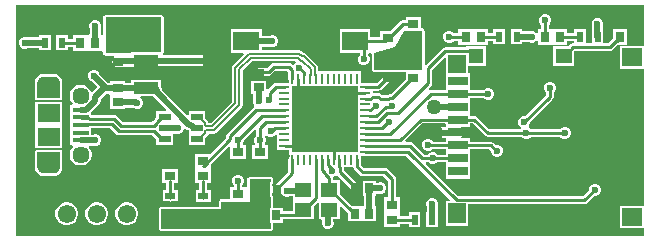
<source format=gtl>
G04*
G04 #@! TF.GenerationSoftware,Altium Limited,Altium Designer,23.10.1 (27)*
G04*
G04 Layer_Physical_Order=1*
G04 Layer_Color=255*
%FSLAX44Y44*%
%MOMM*%
G71*
G04*
G04 #@! TF.SameCoordinates,AB5FA82C-F65C-42C8-8390-C989D648E836*
G04*
G04*
G04 #@! TF.FilePolarity,Positive*
G04*
G01*
G75*
%ADD15C,0.2540*%
%ADD16C,0.5000*%
%ADD17R,1.6800X0.8000*%
%ADD18R,1.3000X1.2900*%
%ADD19R,1.5000X1.7000*%
%ADD20R,1.5000X1.6000*%
%ADD21R,1.4000X1.2900*%
%ADD22R,1.7000X1.5000*%
%ADD23R,0.6000X0.9000*%
%ADD24R,0.8000X0.9500*%
%ADD25R,0.9000X0.6000*%
%ADD26R,5.6000X5.6000*%
%ADD27R,0.8500X0.2500*%
%ADD28R,0.2500X0.8500*%
%ADD29R,2.1500X1.0000*%
%ADD30R,2.1500X3.2500*%
%ADD31R,0.9500X0.8000*%
%ADD32R,0.9000X0.7500*%
%ADD33R,0.7500X0.9000*%
%ADD34R,1.4000X1.2000*%
%ADD35R,2.1800X1.6000*%
%ADD36R,0.9779X0.5588*%
%ADD37R,1.3500X0.4000*%
%ADD38R,2.2000X1.6000*%
%ADD39R,1.9000X1.5000*%
%ADD40R,1.5500X1.5500*%
%ADD41C,1.5500*%
%ADD42C,1.4500*%
%ADD43C,0.6000*%
%ADD44C,0.5000*%
%ADD45C,1.2700*%
%ADD46C,0.1500*%
G36*
X828040Y1049820D02*
X807470D01*
Y1030820D01*
X828040D01*
Y914820D01*
X807470D01*
Y895820D01*
X828040D01*
Y889000D01*
X295910D01*
Y1084580D01*
X828040D01*
Y1049820D01*
D02*
G37*
%LPC*%
G36*
X683760Y1064660D02*
X682760D01*
X682490Y1064660D01*
X670760D01*
Y1061244D01*
X666677D01*
X665772Y1062149D01*
X663935Y1062910D01*
X661945D01*
X660108Y1062149D01*
X658701Y1060742D01*
X657940Y1058905D01*
Y1056915D01*
X658701Y1055078D01*
X660108Y1053671D01*
X661945Y1052910D01*
X663935D01*
X665772Y1053671D01*
X666677Y1054576D01*
X670760D01*
Y1051160D01*
X682490D01*
X682760Y1051160D01*
X683760D01*
X684030Y1051160D01*
X695760D01*
Y1054576D01*
X699970D01*
Y1051410D01*
X709970D01*
Y1064410D01*
X699970D01*
Y1061244D01*
X695760D01*
Y1064660D01*
X684030D01*
X683760Y1064660D01*
D02*
G37*
G36*
X745215Y1076880D02*
X743225D01*
X741388Y1076119D01*
X739981Y1074712D01*
X739220Y1072875D01*
Y1070885D01*
X739981Y1069048D01*
X740886Y1068143D01*
Y1064660D01*
X738070D01*
Y1061360D01*
X737876Y1061245D01*
X736800Y1060971D01*
X735622Y1062149D01*
X733785Y1062910D01*
X731795D01*
X730801Y1062498D01*
X724970D01*
Y1064410D01*
X714970D01*
Y1051410D01*
X724970D01*
Y1053322D01*
X730801D01*
X731795Y1052910D01*
X733785D01*
X735622Y1053671D01*
X736800Y1054849D01*
X737876Y1054575D01*
X738070Y1054460D01*
Y1051160D01*
X749800D01*
X750070Y1051160D01*
X751070D01*
X751340Y1051160D01*
X763070D01*
Y1054576D01*
X768550D01*
Y1052354D01*
X767620D01*
X766344Y1052100D01*
X765263Y1051377D01*
X763705Y1049820D01*
X750970D01*
Y1032920D01*
X768970D01*
Y1045655D01*
X769001Y1045686D01*
X798680D01*
X799956Y1045940D01*
X801038Y1046663D01*
X805535Y1051160D01*
X813570D01*
Y1064660D01*
X801570D01*
Y1056625D01*
X797299Y1052354D01*
X793550D01*
Y1064410D01*
X792888D01*
Y1066109D01*
X793421Y1067395D01*
Y1069384D01*
X792660Y1071222D01*
X791253Y1072628D01*
X789416Y1073390D01*
X787426D01*
X785589Y1072628D01*
X784182Y1071222D01*
X783421Y1069384D01*
Y1067395D01*
X783712Y1066693D01*
Y1064410D01*
X783550D01*
Y1052354D01*
X778550D01*
Y1064410D01*
X768550D01*
Y1061244D01*
X763070D01*
Y1064660D01*
X751340D01*
X751070Y1064660D01*
X750070D01*
X749800Y1064660D01*
X747554D01*
Y1068143D01*
X748459Y1069048D01*
X749220Y1070885D01*
Y1072875D01*
X748459Y1074712D01*
X747052Y1076119D01*
X745215Y1076880D01*
D02*
G37*
G36*
X419100Y1076459D02*
X372110D01*
X371330Y1076304D01*
X370668Y1075862D01*
X370226Y1075200D01*
X370071Y1074420D01*
Y1060560D01*
X369370Y1059580D01*
X369153D01*
X367883Y1060431D01*
Y1064992D01*
X368220Y1065805D01*
Y1067795D01*
X367459Y1069632D01*
X366052Y1071039D01*
X364215Y1071800D01*
X362225D01*
X360388Y1071039D01*
X358981Y1069632D01*
X358220Y1067795D01*
Y1065805D01*
X358707Y1064630D01*
Y1060478D01*
X358043Y1059814D01*
X357437Y1059580D01*
X356370D01*
X356100Y1059580D01*
X344370D01*
Y1056164D01*
X340410D01*
Y1059330D01*
X330410D01*
Y1046330D01*
X340410D01*
Y1049496D01*
X344370D01*
Y1046080D01*
X356100D01*
X356370Y1046080D01*
X357370D01*
X357640Y1046080D01*
X368801D01*
X369370Y1046080D01*
X370071Y1045100D01*
Y1043940D01*
X370226Y1043160D01*
X370668Y1042498D01*
X371330Y1042056D01*
X372110Y1041901D01*
X379484D01*
X379869Y1040631D01*
X379486Y1040374D01*
X379026Y1039914D01*
X378031Y1038426D01*
X377682Y1036670D01*
X378031Y1034914D01*
X379026Y1033426D01*
X380514Y1032431D01*
X382270Y1032082D01*
X384026Y1032431D01*
X384192Y1032542D01*
X406650D01*
X408406Y1032891D01*
X408572Y1033002D01*
X464110D01*
X465866Y1033351D01*
X467354Y1034346D01*
X468349Y1035834D01*
X468698Y1037590D01*
X468349Y1039346D01*
X467354Y1040834D01*
X465866Y1041829D01*
X464110Y1042178D01*
X421305D01*
X421115Y1042420D01*
X420742Y1043448D01*
X420984Y1043810D01*
X421139Y1044590D01*
Y1074420D01*
X420984Y1075200D01*
X420542Y1075862D01*
X419880Y1076304D01*
X419100Y1076459D01*
D02*
G37*
G36*
X638960Y1074740D02*
X625960D01*
Y1072324D01*
X624120D01*
X622844Y1072070D01*
X621762Y1071348D01*
X612905Y1062490D01*
X604120D01*
Y1057434D01*
X596160D01*
Y1064100D01*
X570160D01*
Y1044100D01*
X587216D01*
Y1042597D01*
X586311Y1041692D01*
X585550Y1039855D01*
Y1037865D01*
X586311Y1036028D01*
X587718Y1034621D01*
X589555Y1033860D01*
X591545D01*
X593382Y1034621D01*
X594789Y1036028D01*
X595550Y1037865D01*
Y1039855D01*
X594789Y1041692D01*
X593884Y1042597D01*
Y1043467D01*
X595154Y1044100D01*
X596160Y1044100D01*
X596173Y1044100D01*
X596212Y1044095D01*
X597401Y1042900D01*
Y1029970D01*
X597556Y1029190D01*
X597998Y1028528D01*
X598660Y1028086D01*
X599440Y1027931D01*
X625960D01*
Y1021665D01*
X613309Y1009014D01*
X612083D01*
X611480Y1008894D01*
X605822D01*
X605484Y1009232D01*
X604403Y1009955D01*
X603127Y1010209D01*
X598030D01*
Y1012226D01*
X602980D01*
X604256Y1012480D01*
X605337Y1013203D01*
X611658Y1019523D01*
X612146Y1019620D01*
X613228Y1020342D01*
X613950Y1021424D01*
X614204Y1022700D01*
X613950Y1023976D01*
X613228Y1025058D01*
X612146Y1025780D01*
X610870Y1026034D01*
X610120D01*
X608844Y1025780D01*
X607762Y1025058D01*
X601599Y1018894D01*
X591530D01*
X590254Y1018640D01*
X589550Y1018170D01*
X588357Y1018662D01*
X588280Y1018732D01*
Y1028560D01*
X552084D01*
Y1031898D01*
X551870Y1032971D01*
X551263Y1033880D01*
X541900Y1043243D01*
X540991Y1043850D01*
X539918Y1044064D01*
X539651D01*
X538102Y1045613D01*
X537193Y1046220D01*
X536120Y1046434D01*
X504160D01*
Y1049512D01*
X511091D01*
X512085Y1049100D01*
X514075D01*
X515912Y1049861D01*
X517319Y1051268D01*
X518080Y1053105D01*
Y1055095D01*
X517319Y1056932D01*
X515912Y1058339D01*
X514075Y1059100D01*
X512085D01*
X511091Y1058688D01*
X504160D01*
Y1064100D01*
X478360D01*
Y1044100D01*
X488386D01*
X488872Y1042927D01*
X479657Y1033712D01*
X479050Y1032803D01*
X478836Y1031730D01*
Y1002658D01*
X461172Y984994D01*
X459186D01*
X458992Y985969D01*
X458385Y986879D01*
X456152Y989111D01*
Y994734D01*
X442373D01*
Y991637D01*
X441200Y991151D01*
X419683Y1012668D01*
X419349Y1014346D01*
X419110Y1014703D01*
Y1021590D01*
X393610D01*
Y1019073D01*
X388770D01*
Y1020130D01*
X375770D01*
Y1018968D01*
X374361D01*
X366601Y1026728D01*
X366189Y1027722D01*
X364782Y1029129D01*
X362945Y1029890D01*
X360955D01*
X359118Y1029129D01*
X357711Y1027722D01*
X356950Y1025885D01*
Y1023895D01*
X357711Y1022058D01*
X359118Y1020651D01*
X360112Y1020239D01*
X364876Y1015475D01*
X360854Y1011452D01*
X359555Y1011694D01*
X359413Y1011808D01*
X358252Y1013820D01*
X356530Y1015542D01*
X354420Y1016760D01*
X352068Y1017390D01*
X349632D01*
X347280Y1016760D01*
X345170Y1015542D01*
X343448Y1013820D01*
X342230Y1011710D01*
X341600Y1009358D01*
Y1006922D01*
X342230Y1004570D01*
X343448Y1002460D01*
X344498Y1001410D01*
X343973Y1000140D01*
X342100D01*
Y992140D01*
Y985640D01*
Y979140D01*
Y972640D01*
Y966140D01*
X343973D01*
X344498Y964870D01*
X343448Y963820D01*
X342230Y961710D01*
X341600Y959358D01*
Y956922D01*
X342230Y954570D01*
X343448Y952460D01*
X345170Y950738D01*
X347280Y949520D01*
X349632Y948890D01*
X352068D01*
X354420Y949520D01*
X356530Y950738D01*
X358252Y952460D01*
X359470Y954570D01*
X360100Y956922D01*
Y959358D01*
X359470Y961710D01*
X358252Y963820D01*
X357720Y964352D01*
X358246Y965622D01*
X361400D01*
X362225Y965280D01*
X364215D01*
X366052Y966041D01*
X367459Y967448D01*
X368220Y969285D01*
Y971275D01*
X367459Y973112D01*
X366052Y974519D01*
X364215Y975280D01*
X362225D01*
X361062Y974798D01*
X359600D01*
Y980786D01*
X375948D01*
X380921Y975813D01*
X382003Y975090D01*
X383279Y974836D01*
X411429D01*
X411571Y974694D01*
X411940Y974141D01*
X413736Y972345D01*
X413753Y972334D01*
X415068Y971019D01*
Y966146D01*
X428847D01*
Y975852D01*
X431081D01*
X432075Y975440D01*
X434065D01*
X435902Y976201D01*
X437309Y977608D01*
X438070Y979445D01*
Y979644D01*
X439243Y980130D01*
X439472Y979902D01*
X440960Y978907D01*
X442373Y978626D01*
Y966146D01*
X456152D01*
Y971769D01*
X458385Y974001D01*
X458992Y974911D01*
X459186Y975886D01*
X463783D01*
X464856Y976100D01*
X465766Y976707D01*
X487123Y998064D01*
X487730Y998974D01*
X487944Y1000047D01*
Y1029119D01*
X496151Y1037326D01*
X532466D01*
X533509Y1036056D01*
X533507Y1036047D01*
X533270Y1035769D01*
X531894Y1034392D01*
X531742Y1034026D01*
X530497Y1033779D01*
X529408Y1034867D01*
X528326Y1035590D01*
X527050Y1035844D01*
X514180D01*
X512904Y1035590D01*
X511823Y1034867D01*
X508579Y1031624D01*
X502860D01*
X501584Y1031370D01*
X500503Y1030648D01*
X499292Y1029437D01*
X498570Y1028356D01*
X498316Y1027080D01*
X498570Y1025804D01*
X499292Y1024723D01*
X500374Y1024000D01*
X501650Y1023746D01*
X502926Y1024000D01*
X504007Y1024723D01*
X504241Y1024956D01*
X509960D01*
X511236Y1025210D01*
X512318Y1025932D01*
X515561Y1029176D01*
X525669D01*
X526696Y1028149D01*
Y1022060D01*
X526950Y1020784D01*
X527420Y1020080D01*
X526928Y1018887D01*
X526858Y1018810D01*
X523953D01*
X523530Y1018894D01*
X516450D01*
X515174Y1018640D01*
X514092Y1017917D01*
X509420Y1013245D01*
X508150Y1013771D01*
Y1020830D01*
X495150D01*
Y1009330D01*
X497062D01*
Y1005289D01*
X496650Y1004295D01*
Y1002305D01*
X497411Y1000468D01*
X497906Y999973D01*
X497784Y999128D01*
X497551Y998531D01*
X496632Y997917D01*
X475243Y976527D01*
X474520Y975446D01*
X474266Y974170D01*
Y972411D01*
X460505Y958650D01*
X447910D01*
Y946920D01*
X447910Y946650D01*
X447910D01*
Y945650D01*
X447910D01*
Y933650D01*
X451326D01*
Y928290D01*
X448160D01*
Y918290D01*
X461160D01*
Y928290D01*
X457994D01*
Y933650D01*
X461410D01*
Y945650D01*
X461410Y945650D01*
Y946650D01*
X461410D01*
X461410Y946920D01*
Y950125D01*
X475947Y964662D01*
X477120Y964176D01*
Y954270D01*
X490620D01*
Y966270D01*
X488727D01*
X488109Y967448D01*
X488870Y969285D01*
Y970565D01*
X498316Y980011D01*
X499586Y979485D01*
Y974017D01*
X498681Y973112D01*
X497920Y971275D01*
Y969285D01*
X498681Y967448D01*
X498063Y966270D01*
X496170D01*
Y954270D01*
X509670D01*
Y966270D01*
X507777D01*
X507159Y967448D01*
X507920Y969285D01*
Y971275D01*
X507159Y973112D01*
X506573Y973698D01*
X506669Y974181D01*
X508044Y974595D01*
X508978Y973661D01*
X510815Y972900D01*
X512805D01*
X514642Y973661D01*
X515760Y974779D01*
X517030Y974370D01*
Y962310D01*
X523107D01*
X523530Y962226D01*
X527530D01*
Y958060D01*
X527845D01*
X528230Y956790D01*
X527673Y956417D01*
X526950Y955336D01*
X526696Y954060D01*
Y943641D01*
X514533Y931478D01*
X514449Y931353D01*
X513179Y931738D01*
Y933379D01*
X513252Y933428D01*
X513694Y934090D01*
X513849Y934870D01*
Y937260D01*
X513694Y938040D01*
X513252Y938702D01*
X512590Y939144D01*
X511810Y939299D01*
X494030D01*
X493250Y939144D01*
X492588Y938702D01*
X492146Y938040D01*
X491991Y937260D01*
Y920249D01*
X490620D01*
Y930710D01*
X487204D01*
Y932253D01*
X488109Y933158D01*
X488870Y934995D01*
Y936985D01*
X488109Y938822D01*
X486702Y940229D01*
X484865Y940990D01*
X482875D01*
X481038Y940229D01*
X479631Y938822D01*
X478870Y936985D01*
Y934995D01*
X479631Y933158D01*
X480536Y932253D01*
Y930710D01*
X477120D01*
Y920249D01*
X469900D01*
X469120Y920094D01*
X468458Y919652D01*
X468016Y918990D01*
X467861Y918210D01*
Y913899D01*
X419100D01*
X418320Y913744D01*
X417658Y913302D01*
X417216Y912640D01*
X417061Y911860D01*
Y895350D01*
X417216Y894570D01*
X417658Y893908D01*
X418320Y893466D01*
X419100Y893311D01*
X511810D01*
X512590Y893466D01*
X513252Y893908D01*
X513694Y894570D01*
X513849Y895350D01*
Y900280D01*
X522290D01*
Y903446D01*
X530340D01*
Y903370D01*
X548340D01*
Y914655D01*
X551167Y917482D01*
X552340Y916996D01*
Y903370D01*
X554503D01*
X555350Y902100D01*
X555070Y901425D01*
Y899435D01*
X555831Y897598D01*
X557238Y896191D01*
X559075Y895430D01*
X561065D01*
X562902Y896191D01*
X564309Y897598D01*
X565070Y899435D01*
Y901425D01*
X564850Y901957D01*
Y903370D01*
X570340D01*
Y913996D01*
X571513Y914482D01*
X577072Y908923D01*
X577530Y908617D01*
Y901550D01*
X588260D01*
X589030Y901550D01*
X590300Y901550D01*
X601030D01*
Y914550D01*
X599868D01*
Y923140D01*
X601030D01*
Y925052D01*
X602531D01*
X603525Y924640D01*
X605515D01*
X607352Y925401D01*
X608759Y926808D01*
X609520Y928645D01*
Y930635D01*
X608759Y932472D01*
X607352Y933879D01*
X605515Y934640D01*
X603525D01*
X602531Y934228D01*
X601030D01*
Y936140D01*
X589530D01*
Y923140D01*
X590692D01*
Y915448D01*
X589794Y914550D01*
X588260Y914550D01*
X581122D01*
X580814Y914611D01*
X570340Y925085D01*
Y936370D01*
X564674D01*
Y938180D01*
X564652Y938290D01*
X564875Y939560D01*
X565541Y939836D01*
X566712Y940321D01*
X566824Y940433D01*
X568571Y940384D01*
X580103Y928852D01*
X580200Y928364D01*
X580923Y927282D01*
X582004Y926560D01*
X583280Y926306D01*
X584556Y926560D01*
X585638Y927282D01*
X586360Y928364D01*
X586614Y929640D01*
Y930390D01*
X586360Y931666D01*
X585638Y932748D01*
X573484Y944901D01*
Y947477D01*
X573552Y947560D01*
X581756D01*
X581950Y946584D01*
X582672Y945503D01*
X587224Y940951D01*
X588306Y940228D01*
X589581Y939975D01*
X607250D01*
X611346Y935879D01*
Y921820D01*
X607930D01*
Y910090D01*
X607930Y909820D01*
Y908820D01*
X607930Y908550D01*
Y896820D01*
X621430D01*
Y899486D01*
X628600D01*
Y896470D01*
X638600D01*
Y909470D01*
X628600D01*
Y906154D01*
X621430D01*
Y908550D01*
X621430Y908820D01*
Y909820D01*
X621430Y910090D01*
Y921820D01*
X618014D01*
Y937260D01*
X617760Y938536D01*
X617038Y939618D01*
X610989Y945666D01*
X609907Y946389D01*
X608631Y946643D01*
X590962D01*
X588364Y949241D01*
Y954310D01*
X588280Y954732D01*
Y957310D01*
X591107D01*
X591530Y957226D01*
X626758D01*
X663991Y919993D01*
X663505Y918820D01*
X659970D01*
Y897820D01*
X678970D01*
Y916256D01*
X777350D01*
X778626Y916510D01*
X779707Y917233D01*
X785845Y923370D01*
X787125D01*
X788962Y924131D01*
X790369Y925538D01*
X791130Y927375D01*
Y929365D01*
X790369Y931202D01*
X788962Y932609D01*
X787125Y933370D01*
X785135D01*
X783298Y932609D01*
X781891Y931202D01*
X781130Y929365D01*
Y928085D01*
X775969Y922924D01*
X670490D01*
X643102Y950313D01*
X643588Y951486D01*
X645453D01*
X646138Y950801D01*
X647975Y950040D01*
X649965D01*
X651802Y950801D01*
X652487Y951486D01*
X659970D01*
Y937820D01*
X680770D01*
Y948820D01*
Y962486D01*
X696643D01*
X698305Y960824D01*
Y960475D01*
X699066Y958638D01*
X700472Y957231D01*
X702310Y956470D01*
X704299D01*
X706137Y957231D01*
X707543Y958638D01*
X708305Y960475D01*
Y962465D01*
X707543Y964302D01*
X706137Y965709D01*
X704299Y966470D01*
X702310D01*
X702154Y966405D01*
X700381Y968177D01*
X699300Y968900D01*
X698024Y969154D01*
X680770D01*
Y971820D01*
X673320D01*
X672935Y973090D01*
X673519Y973481D01*
X673614Y973576D01*
X674609Y975064D01*
X674958Y976820D01*
X674609Y978576D01*
X673614Y980064D01*
X672887Y980550D01*
X673273Y981820D01*
X680770D01*
Y984486D01*
X682901D01*
X693115Y974272D01*
X694196Y973550D01*
X695472Y973296D01*
X724364D01*
X725269Y972391D01*
X727107Y971630D01*
X729096D01*
X730934Y972391D01*
X731838Y973296D01*
X756993D01*
X757898Y972391D01*
X759735Y971630D01*
X761725D01*
X763562Y972391D01*
X764969Y973798D01*
X765730Y975635D01*
Y977625D01*
X764969Y979462D01*
X763562Y980869D01*
X761725Y981630D01*
X759735D01*
X757898Y980869D01*
X756993Y979964D01*
X731838D01*
X730934Y980869D01*
X730523Y981039D01*
X730275Y982284D01*
X730679Y982688D01*
X731440Y984525D01*
Y985805D01*
X750261Y1004626D01*
X750984Y1005708D01*
X751238Y1006984D01*
Y1010867D01*
X752269Y1011898D01*
X753030Y1013735D01*
Y1015725D01*
X752269Y1017562D01*
X750862Y1018969D01*
X749025Y1019730D01*
X747035D01*
X745198Y1018969D01*
X743791Y1017562D01*
X743030Y1015725D01*
Y1013735D01*
X743791Y1011898D01*
X744570Y1011119D01*
Y1008365D01*
X726725Y990520D01*
X725445D01*
X723608Y989759D01*
X722201Y988352D01*
X721440Y986515D01*
Y984525D01*
X722201Y982688D01*
X723608Y981281D01*
X723721Y981234D01*
X723469Y979964D01*
X696853D01*
X686640Y990178D01*
X685558Y990900D01*
X684282Y991154D01*
X680770D01*
Y1006316D01*
X692223D01*
X693128Y1005411D01*
X694965Y1004650D01*
X696955D01*
X698792Y1005411D01*
X700199Y1006818D01*
X700960Y1008655D01*
Y1010645D01*
X700199Y1012482D01*
X698792Y1013889D01*
X696955Y1014650D01*
X694965D01*
X693128Y1013889D01*
X692223Y1012984D01*
X680770D01*
Y1026820D01*
X678970D01*
Y1032920D01*
X694470D01*
Y1049820D01*
X677470D01*
Y1049024D01*
X659610D01*
X658334Y1048770D01*
X657253Y1048047D01*
X643389Y1034184D01*
X642119Y1034710D01*
Y1062990D01*
X641964Y1063770D01*
X641522Y1064432D01*
X640860Y1064874D01*
X640080Y1065029D01*
X638960D01*
Y1074740D01*
D02*
G37*
G36*
X325410Y1059330D02*
X315410D01*
Y1057418D01*
X305519D01*
X304525Y1057830D01*
X302535D01*
X300698Y1057069D01*
X299291Y1055662D01*
X298530Y1053825D01*
Y1051835D01*
X299291Y1049998D01*
X300698Y1048591D01*
X302535Y1047830D01*
X304525D01*
X305519Y1048242D01*
X315410D01*
Y1046330D01*
X325410D01*
Y1059330D01*
D02*
G37*
G36*
X328350Y1026200D02*
X328189Y1026179D01*
X319513Y1026179D01*
X319350Y1026200D01*
X317523Y1025960D01*
X315820Y1025255D01*
X314357Y1024132D01*
X313235Y1022670D01*
X312530Y1020967D01*
X312290Y1019140D01*
X312311Y1018979D01*
Y1006140D01*
X312466Y1005360D01*
X312908Y1004698D01*
X313570Y1004256D01*
X314350Y1004101D01*
X333350D01*
X334130Y1004256D01*
X334792Y1004698D01*
X335234Y1005360D01*
X335389Y1006140D01*
Y1018979D01*
X335410Y1019140D01*
X335170Y1020967D01*
X334464Y1022670D01*
X333342Y1024132D01*
X331880Y1025255D01*
X330177Y1025960D01*
X328350Y1026200D01*
D02*
G37*
G36*
X335350Y1002640D02*
X312350D01*
Y983910D01*
X312350Y983640D01*
Y982640D01*
X312350Y982370D01*
Y963640D01*
X335350D01*
Y982370D01*
X335350Y982640D01*
Y983640D01*
X335350Y983910D01*
Y1002640D01*
D02*
G37*
G36*
X333350Y962179D02*
X314350D01*
X313570Y962024D01*
X312908Y961582D01*
X312466Y960920D01*
X312311Y960140D01*
Y947301D01*
X312290Y947140D01*
X312530Y945313D01*
X313235Y943610D01*
X314358Y942148D01*
X315820Y941025D01*
X317523Y940320D01*
X319350Y940080D01*
X319511Y940101D01*
X328187Y940101D01*
X328350Y940080D01*
X330177Y940320D01*
X331880Y941025D01*
X333343Y942148D01*
X334464Y943610D01*
X335170Y945313D01*
X335410Y947140D01*
X335389Y947301D01*
Y960140D01*
X335234Y960920D01*
X334792Y961582D01*
X334130Y962024D01*
X333350Y962179D01*
D02*
G37*
G36*
X433470Y945650D02*
X419970D01*
Y933650D01*
X423386D01*
Y928410D01*
X420220D01*
Y918410D01*
X426247D01*
X426720Y918316D01*
X427193Y918410D01*
X433220D01*
Y928410D01*
X430054D01*
Y933650D01*
X433470D01*
Y945650D01*
D02*
G37*
G36*
X391174Y917800D02*
X388606D01*
X386127Y917135D01*
X383903Y915852D01*
X382088Y914037D01*
X380804Y911813D01*
X380140Y909334D01*
Y906766D01*
X380804Y904287D01*
X382088Y902063D01*
X383903Y900248D01*
X386127Y898964D01*
X388606Y898300D01*
X391174D01*
X393653Y898964D01*
X395877Y900248D01*
X397692Y902063D01*
X398975Y904287D01*
X399640Y906766D01*
Y909334D01*
X398975Y911813D01*
X397692Y914037D01*
X395877Y915852D01*
X393653Y917135D01*
X391174Y917800D01*
D02*
G37*
G36*
X365774D02*
X363206D01*
X360727Y917135D01*
X358503Y915852D01*
X356688Y914037D01*
X355405Y911813D01*
X354740Y909334D01*
Y906766D01*
X355405Y904287D01*
X356688Y902063D01*
X358503Y900248D01*
X360727Y898964D01*
X363206Y898300D01*
X365774D01*
X368253Y898964D01*
X370477Y900248D01*
X372292Y902063D01*
X373576Y904287D01*
X374240Y906766D01*
Y909334D01*
X373576Y911813D01*
X372292Y914037D01*
X370477Y915852D01*
X368253Y917135D01*
X365774Y917800D01*
D02*
G37*
G36*
X340374D02*
X337806D01*
X335327Y917135D01*
X333103Y915852D01*
X331288Y914037D01*
X330005Y911813D01*
X329340Y909334D01*
Y906766D01*
X330005Y904287D01*
X331288Y902063D01*
X333103Y900248D01*
X335327Y898964D01*
X337806Y898300D01*
X340374D01*
X342853Y898964D01*
X345077Y900248D01*
X346892Y902063D01*
X348176Y904287D01*
X348840Y906766D01*
Y909334D01*
X348176Y911813D01*
X346892Y914037D01*
X345077Y915852D01*
X342853Y917135D01*
X340374Y917800D01*
D02*
G37*
G36*
X649595Y921299D02*
X647605D01*
X645768Y920538D01*
X644361Y919132D01*
X643600Y917294D01*
Y915305D01*
X644012Y914311D01*
Y909470D01*
X643600D01*
Y896470D01*
X653600D01*
Y909470D01*
X653188D01*
Y914311D01*
X653600Y915305D01*
Y917294D01*
X652839Y919132D01*
X651432Y920538D01*
X649595Y921299D01*
D02*
G37*
%LPD*%
G36*
X419100Y1044590D02*
X393610D01*
Y1043940D01*
X372110D01*
Y1056640D01*
Y1074420D01*
X419100D01*
Y1044590D01*
D02*
G37*
G36*
X640080Y1029970D02*
X599440D01*
Y1043940D01*
X617220Y1049020D01*
X624840Y1062990D01*
X640080D01*
Y1029970D01*
D02*
G37*
G36*
X659970Y1039676D02*
Y1024920D01*
Y1013154D01*
X647245D01*
X646047Y1012916D01*
X645969Y1012971D01*
X645514Y1014179D01*
X647518Y1016182D01*
X648240Y1017264D01*
X648494Y1018540D01*
Y1029859D01*
X658797Y1040162D01*
X659970Y1039676D01*
D02*
G37*
G36*
X375770Y1008894D02*
X375770Y1007360D01*
Y996630D01*
X388770D01*
Y997792D01*
X395947D01*
X395948Y997791D01*
X397785Y997030D01*
X399775D01*
X401612Y997791D01*
X403019Y999198D01*
X403780Y1001035D01*
Y1003025D01*
X403019Y1004862D01*
X401612Y1006269D01*
X401489Y1006320D01*
X401741Y1007590D01*
X411811D01*
X411866Y1007508D01*
X423466Y995907D01*
X422980Y994734D01*
X415068D01*
Y989861D01*
X413753Y988546D01*
X413736Y988535D01*
X411940Y986739D01*
X411571Y986186D01*
X411429Y986044D01*
X386540D01*
X381567Y991018D01*
X380485Y991740D01*
X379210Y991994D01*
X359600D01*
Y993784D01*
X366363Y1000547D01*
X367357Y1002036D01*
X367707Y1003792D01*
Y1005328D01*
X372170Y1009792D01*
X374872D01*
X375770Y1008894D01*
D02*
G37*
G36*
X659970Y983588D02*
X659970Y981820D01*
X658910Y981313D01*
X651605D01*
X649849Y980964D01*
X648361Y979969D01*
X648266Y979874D01*
X647271Y978386D01*
X646922Y976630D01*
X647271Y974874D01*
X648266Y973386D01*
X649754Y972391D01*
X651510Y972042D01*
X651988Y972137D01*
X658831D01*
X659970Y971820D01*
X659970Y970867D01*
Y969154D01*
X649460D01*
X649399Y969302D01*
X647992Y970709D01*
X646155Y971470D01*
X644165D01*
X642328Y970709D01*
X640921Y969302D01*
X640160Y967465D01*
Y965475D01*
X640921Y963638D01*
X642328Y962231D01*
X644165Y961470D01*
X646155D01*
X647992Y962231D01*
X648247Y962486D01*
X659970D01*
Y958154D01*
X652927D01*
X651802Y959279D01*
X649965Y960040D01*
X647975D01*
X646138Y959279D01*
X645013Y958154D01*
X641681D01*
X631917Y967917D01*
X630836Y968640D01*
X629560Y968894D01*
X626194D01*
X625708Y970067D01*
X640126Y984486D01*
X659072D01*
X659970Y983588D01*
D02*
G37*
G36*
X520538Y926163D02*
X520802Y926053D01*
X521541Y924268D01*
X522948Y922861D01*
X524785Y922100D01*
X526775D01*
X528231Y922703D01*
X530340D01*
Y920370D01*
X530340Y920370D01*
Y919370D01*
X530340D01*
X530340Y919100D01*
Y910114D01*
X522290D01*
Y913280D01*
X513849D01*
Y921870D01*
X513694Y922650D01*
X513252Y923312D01*
X513179Y923361D01*
Y925752D01*
X514449Y926137D01*
X514533Y926012D01*
X515614Y925290D01*
X516890Y925036D01*
X518166Y925290D01*
X519248Y926012D01*
X519510Y926405D01*
X520538Y926163D01*
D02*
G37*
G36*
X511810Y934870D02*
X511140D01*
Y921870D01*
X511810D01*
Y913280D01*
X510790D01*
Y900280D01*
X511810D01*
Y895350D01*
X419100D01*
Y911860D01*
X469900D01*
Y918210D01*
X494030D01*
Y937260D01*
X511810D01*
Y934870D01*
D02*
G37*
G36*
X328350Y1019140D02*
X319350D01*
Y1024140D01*
X328350Y1024140D01*
Y1019140D01*
D02*
G37*
G36*
X333350Y1006140D02*
X314350D01*
Y1019140D01*
X333350D01*
Y1006140D01*
D02*
G37*
G36*
Y947140D02*
X314350D01*
Y960140D01*
X333350D01*
Y947140D01*
D02*
G37*
G36*
X328350Y942140D02*
X319350Y942140D01*
Y947140D01*
X328350D01*
Y942140D01*
D02*
G37*
D15*
X591530Y985560D02*
X602388D01*
X609155Y998748D02*
X614018D01*
X605887Y980560D02*
X611310Y985983D01*
X611677D01*
X600967Y990560D02*
X609155Y998748D01*
X594760Y995580D02*
X596217D01*
X609968Y993140D02*
X619760D01*
X600127Y999490D02*
X601030D01*
X596217Y995580D02*
X600127Y999490D01*
X594760Y990560D02*
X600967D01*
X602388Y985560D02*
X609968Y993140D01*
X614018Y998748D02*
X614680Y999410D01*
X536133Y1031560D02*
X540010Y1027683D01*
Y1026062D02*
X540010Y1026062D01*
Y1025290D02*
Y1026062D01*
X540010Y1026062D02*
Y1027683D01*
X560050Y949326D02*
X563880Y945496D01*
Y944560D02*
Y945496D01*
X560050Y949326D02*
Y954040D01*
X640300Y954820D02*
X670370D01*
X585030Y947860D02*
Y954310D01*
Y947860D02*
X589581Y943309D01*
X689760Y1057910D02*
X704970D01*
X580030Y1010560D02*
X591530D01*
X579530Y1010060D02*
X580030Y1010560D01*
X535030D02*
Y1022060D01*
Y1010560D02*
X535530Y1010060D01*
X523530Y965560D02*
X535030D01*
X535530Y966060D01*
X565030Y954060D02*
Y962560D01*
X568530Y966060D01*
X610120Y1022700D02*
X610870D01*
X514180Y1032510D02*
X527050D01*
X530030Y1029530D01*
X509960Y1028290D02*
X514180Y1032510D01*
X602980Y1015560D02*
X610120Y1022700D01*
X591530Y1015560D02*
X602980D01*
X502860Y1028290D02*
X509960D01*
X501650Y1027080D02*
X502860Y1028290D01*
X530030Y1022060D02*
Y1029530D01*
X570030Y947597D02*
Y954060D01*
X530030Y942260D02*
Y954060D01*
X570150Y943520D02*
X583280Y930390D01*
X570150Y943520D02*
Y947477D01*
X583280Y929640D02*
Y930390D01*
X570030Y947597D02*
X570150Y947477D01*
X516890Y929120D02*
X530030Y942260D01*
X516890Y928370D02*
Y929120D01*
X523510Y980540D02*
X523530Y980560D01*
X511810Y977900D02*
X512746D01*
X515406Y980560D02*
X523530D01*
X512746Y977900D02*
X515406Y980560D01*
X483870Y924710D02*
Y935990D01*
X669770Y998220D02*
X670370Y998820D01*
X502920Y970280D02*
Y980440D01*
X502770Y960120D02*
X502920Y960270D01*
X523510Y985540D02*
X523530Y985560D01*
X502920Y980440D02*
X508020Y985540D01*
X523510D01*
X502920Y960270D02*
Y970280D01*
X483870D02*
X504150Y990560D01*
X483720Y960120D02*
X483870Y960270D01*
Y970280D01*
X504150Y990560D02*
X523530D01*
X498990Y995560D02*
X523530D01*
X477600Y974170D02*
X498990Y995560D01*
X455410Y948840D02*
X477600Y971030D01*
Y974170D01*
X454660Y948840D02*
X455410D01*
X510540Y1004570D02*
X511202Y1005232D01*
Y1010312D02*
X516450Y1015560D01*
X511202Y1005232D02*
Y1010312D01*
X516450Y1015560D02*
X523530D01*
X631710Y1022700D02*
X632460D01*
X612083Y1005680D02*
X614690D01*
X631710Y1022700D01*
X591550Y1005580D02*
X596638D01*
X611963Y1005560D02*
X612083Y1005680D01*
X604441Y1005560D02*
X611963D01*
X603127Y1006874D02*
X604441Y1005560D01*
X597933Y1006874D02*
X603127D01*
X591530Y1005560D02*
X591550Y1005580D01*
X596638D02*
X597933Y1006874D01*
X662940Y1057910D02*
X676760D01*
X744070D02*
X744220Y1058060D01*
Y1071880D01*
X645160Y1031240D02*
X659610Y1045690D01*
X645160Y1018540D02*
Y1031240D01*
X659610Y1045690D02*
X681650D01*
X685970Y1041370D01*
X619760Y993140D02*
X645160Y1018540D01*
X702374Y961470D02*
X703305D01*
X698024Y965820D02*
X702374Y961470D01*
X747904Y1014604D02*
X748030Y1014730D01*
X747904Y1006984D02*
Y1014604D01*
X726440Y985520D02*
X747904Y1006984D01*
X645160Y966470D02*
X645810Y965820D01*
X591530Y980560D02*
X605887D01*
X670370Y965820D02*
X698024D01*
X645810D02*
X670370D01*
X670540Y1009650D02*
X695960D01*
X647245Y1009820D02*
X670370D01*
X670540Y1009650D01*
X612985Y975560D02*
X647245Y1009820D01*
X591530Y975560D02*
X612985D01*
X728101Y976630D02*
X760730D01*
X674770Y987820D02*
X683353Y987820D01*
X684282D01*
X670370Y987820D02*
X674770D01*
X638745D02*
X670370D01*
X674770D01*
X695472Y976630D02*
X728101D01*
X684282Y987820D02*
X695472Y976630D01*
X621485Y970560D02*
X638745Y987820D01*
X591530Y970560D02*
X621485D01*
X629560Y965560D02*
X640300Y954820D01*
X591530Y965560D02*
X629560D01*
X591530Y960560D02*
X628139D01*
X669109Y919590D01*
X777350D01*
X786130Y928370D01*
X614680Y915820D02*
Y937260D01*
X608631Y943309D02*
X614680Y937260D01*
X589581Y943309D02*
X608631D01*
X585090Y1054100D02*
X590550Y1048640D01*
Y1038860D02*
Y1048640D01*
X624120Y1068990D02*
X632460D01*
X611620Y1056490D02*
X624120Y1068990D01*
X610870Y1056490D02*
X611620D01*
X585090Y1054100D02*
X608480D01*
X610870Y1056490D01*
X583160Y1054100D02*
X585090D01*
X555030Y945380D02*
Y954060D01*
X580800Y911280D02*
X583280Y908800D01*
X579430Y911280D02*
X580800D01*
X561340Y928370D02*
X562340D01*
X583280Y908050D02*
Y908800D01*
X562340Y928370D02*
X579430Y911280D01*
X555030Y945380D02*
X557610Y942800D01*
X561340Y928370D02*
Y938180D01*
X557610Y941910D02*
X561340Y938180D01*
X557610Y941910D02*
Y942800D01*
X550030Y921060D02*
Y954060D01*
X539340Y911370D02*
X540340D01*
X550030Y921060D01*
X534750Y906780D02*
X539340Y911370D01*
X516540Y906780D02*
X534750D01*
X798680Y1049020D02*
X804090Y1054430D01*
X765700Y1047100D02*
X767620Y1049020D01*
X798680D01*
X759970Y1041370D02*
X760520D01*
X765700Y1046550D02*
Y1047100D01*
X760520Y1041370D02*
X765700Y1046550D01*
X357568Y988910D02*
X357818Y988660D01*
X412810Y982710D02*
X414298Y984198D01*
X350850Y989640D02*
X351580Y988910D01*
X416094Y986177D02*
X416099D01*
X414298Y984198D02*
Y984381D01*
X385159Y982710D02*
X412810D01*
X357818Y988660D02*
X379210D01*
X416099Y986177D02*
X419862Y989940D01*
X350850Y983140D02*
X351580Y983870D01*
X419862Y989940D02*
X421958D01*
X351580Y983870D02*
X357568D01*
X379210Y988660D02*
X385159Y982710D01*
X416094Y974703D02*
X416099D01*
X419862Y970940D01*
X414298Y976499D02*
X416094Y974703D01*
X351580Y988910D02*
X357568D01*
X419862Y970940D02*
X421958D01*
X414298Y984381D02*
X416094Y986177D01*
X383279Y978170D02*
X412810D01*
X414298Y976682D01*
Y976499D02*
Y976682D01*
X377329Y984120D02*
X383279Y978170D01*
X357818Y984120D02*
X377329D01*
X357568Y983870D02*
X357818Y984120D01*
X454660Y921650D02*
Y935840D01*
X426720Y921650D02*
Y935840D01*
X334910Y1052830D02*
X350370D01*
X757070Y1057910D02*
X773800D01*
X807570Y1057160D02*
Y1057910D01*
X804840Y1054430D02*
X807570Y1057160D01*
X804090Y1054430D02*
X804840D01*
X633950Y902820D02*
X634100Y902970D01*
X614680Y902820D02*
X633950D01*
D16*
X321850Y1019140D02*
G03*
X321850Y1019140I-2500J0D01*
G01*
X330850D02*
G03*
X330850Y1019140I-2500J0D01*
G01*
X321850Y947140D02*
G03*
X321850Y947140I-2500J0D01*
G01*
X330850D02*
G03*
X330850Y947140I-2500J0D01*
G01*
X670275Y976725D02*
X670370Y976820D01*
X651605Y976725D02*
X670275D01*
X651510Y976630D02*
X651605Y976725D01*
X407110Y1037590D02*
X464110D01*
X406650Y1037130D02*
X407110Y1037590D01*
X382730Y1037130D02*
X406650D01*
X382270Y1036670D02*
X382730Y1037130D01*
X525971Y927291D02*
X538261D01*
X525780Y927100D02*
X525971Y927291D01*
X788300Y1057910D02*
Y1068269D01*
X788421Y1068390D01*
X720990Y1057910D02*
X732790D01*
X650240Y998220D02*
X669770D01*
X648600Y902970D02*
Y916299D01*
X595280Y929640D02*
X604520D01*
X595280Y908050D02*
Y929640D01*
X560261Y910291D02*
X561340Y911370D01*
X560261Y900621D02*
Y910291D01*
X560070Y900430D02*
X560261Y900621D01*
X491260Y1054100D02*
X513080D01*
X501650Y1003300D02*
Y1015080D01*
X303530Y1052830D02*
X320410D01*
X398509Y1002030D02*
X398780D01*
X398159Y1002380D02*
X398509Y1002030D01*
X421958Y980440D02*
X433070D01*
X382270Y1002380D02*
X398159D01*
X538261Y927291D02*
X539340Y928370D01*
X363150Y970210D02*
X363220Y970280D01*
X350850Y970140D02*
X350920Y970210D01*
X363150D01*
X382375Y1014485D02*
X413215D01*
X372460Y1014380D02*
X382270D01*
X370270D02*
X372460D01*
X363295Y1052905D02*
Y1066725D01*
X363220Y1066800D02*
X363295Y1066725D01*
Y1052905D02*
X363370Y1052830D01*
X361950Y1024890D02*
X372460Y1014380D01*
X350850Y996140D02*
X355467D01*
X363119Y1003792D01*
X413215Y1014485D02*
X415110Y1012590D01*
Y1010752D02*
Y1012590D01*
X442716Y983146D02*
X444461D01*
X415110Y1010752D02*
X442716Y983146D01*
X444461D02*
X447167Y980440D01*
X449263D01*
X363119Y1007228D02*
X370270Y1014380D01*
X363119Y1003792D02*
Y1007228D01*
X382270Y1014380D02*
X382375Y1014485D01*
D17*
X670370Y976820D02*
D03*
Y998820D02*
D03*
Y965820D02*
D03*
Y1009820D02*
D03*
Y987820D02*
D03*
Y954820D02*
D03*
Y943820D02*
D03*
Y1020820D02*
D03*
D18*
X685970Y1041370D02*
D03*
D19*
X669470Y908320D02*
D03*
D20*
Y1034920D02*
D03*
D21*
X759970Y1041370D02*
D03*
D22*
X817970Y1040320D02*
D03*
Y905320D02*
D03*
D23*
X633600Y902970D02*
D03*
X648600D02*
D03*
X773550Y1057910D02*
D03*
X788550D02*
D03*
X704970D02*
D03*
X719970D02*
D03*
X335410Y1052830D02*
D03*
X320410D02*
D03*
D24*
X757070Y1057910D02*
D03*
X744070D02*
D03*
X820570D02*
D03*
X676760D02*
D03*
X363370Y1052830D02*
D03*
X350370D02*
D03*
X689760Y1057910D02*
D03*
X807570D02*
D03*
D25*
X454660Y923290D02*
D03*
Y908290D02*
D03*
X426720Y923410D02*
D03*
Y908410D02*
D03*
D26*
X557530Y988060D02*
D03*
D27*
X523280Y960560D02*
D03*
Y965560D02*
D03*
Y970560D02*
D03*
Y975560D02*
D03*
Y980560D02*
D03*
Y985560D02*
D03*
Y990560D02*
D03*
Y995560D02*
D03*
Y1000560D02*
D03*
Y1005560D02*
D03*
Y1010560D02*
D03*
Y1015560D02*
D03*
X591780D02*
D03*
Y1010560D02*
D03*
Y1005560D02*
D03*
Y1000560D02*
D03*
Y995560D02*
D03*
Y990560D02*
D03*
Y985560D02*
D03*
Y980560D02*
D03*
Y975560D02*
D03*
Y970560D02*
D03*
Y965560D02*
D03*
Y960560D02*
D03*
D28*
X530030Y1022310D02*
D03*
X535030D02*
D03*
X540030D02*
D03*
X545030D02*
D03*
X550030D02*
D03*
X555030D02*
D03*
X560030D02*
D03*
X565030D02*
D03*
X570030D02*
D03*
X575030D02*
D03*
X580030D02*
D03*
X585030D02*
D03*
Y953810D02*
D03*
X580030D02*
D03*
X575030D02*
D03*
X570030D02*
D03*
X565030D02*
D03*
X560030D02*
D03*
X555030D02*
D03*
X550030D02*
D03*
X545030D02*
D03*
X540030D02*
D03*
X535030D02*
D03*
X530030D02*
D03*
D29*
X406360Y1060590D02*
D03*
Y1037590D02*
D03*
Y1014590D02*
D03*
D30*
X464860Y1037590D02*
D03*
D31*
X610870Y1069490D02*
D03*
X502920Y947270D02*
D03*
X483870D02*
D03*
X426720Y952650D02*
D03*
X483870Y924710D02*
D03*
Y911710D02*
D03*
X502920Y960270D02*
D03*
X483870D02*
D03*
X454660Y952650D02*
D03*
X614680Y915820D02*
D03*
X610870Y1056490D02*
D03*
X454660Y939650D02*
D03*
X614680Y902820D02*
D03*
X426720Y939650D02*
D03*
D32*
X501650Y1027080D02*
D03*
X610870Y1022700D02*
D03*
X382270Y1036670D02*
D03*
X632460Y1056990D02*
D03*
Y1034700D02*
D03*
X610870D02*
D03*
X501650Y1015080D02*
D03*
X382270Y1048670D02*
D03*
Y1002380D02*
D03*
X632460Y1022700D02*
D03*
Y1068990D02*
D03*
X382270Y1014380D02*
D03*
D33*
X583280Y929640D02*
D03*
X516890Y928370D02*
D03*
X595280Y929640D02*
D03*
Y908050D02*
D03*
X504890Y928370D02*
D03*
X504540Y906780D02*
D03*
X583280Y908050D02*
D03*
X516540Y906780D02*
D03*
D34*
X561340Y911370D02*
D03*
X539340Y928370D02*
D03*
X561340D02*
D03*
X539340Y911370D02*
D03*
D35*
X491260Y1054100D02*
D03*
D36*
X421958Y980440D02*
D03*
X449263Y970940D02*
D03*
Y989940D02*
D03*
X421958D02*
D03*
Y970940D02*
D03*
X449263Y980440D02*
D03*
D37*
X350850Y970140D02*
D03*
Y996140D02*
D03*
Y989640D02*
D03*
Y983140D02*
D03*
Y976640D02*
D03*
D38*
X583160Y1054100D02*
D03*
D39*
X323850Y993140D02*
D03*
Y973140D02*
D03*
D40*
X313690Y908050D02*
D03*
D41*
X339090D02*
D03*
X389890D02*
D03*
X364490D02*
D03*
D42*
X350850Y958140D02*
D03*
Y1008140D02*
D03*
D43*
X627380Y911860D02*
D03*
X601030Y999490D02*
D03*
X611677Y985983D02*
D03*
X536133Y1031560D02*
D03*
X563880Y944560D02*
D03*
X703305Y961470D02*
D03*
X797560Y1038860D02*
D03*
X742950Y1037590D02*
D03*
X822960Y953770D02*
D03*
X430530Y1028700D02*
D03*
X401320Y1027430D02*
D03*
X412750Y1000760D02*
D03*
X511810Y977900D02*
D03*
X483870Y935990D02*
D03*
X525780Y927100D02*
D03*
X788421Y1068390D02*
D03*
X732790Y1057910D02*
D03*
X621030Y1045210D02*
D03*
X631190D02*
D03*
X648600Y916299D02*
D03*
X604520Y929640D02*
D03*
X560070Y900430D02*
D03*
X513080Y1054100D02*
D03*
X501650Y1003300D02*
D03*
X303530Y1052830D02*
D03*
X398780Y1002030D02*
D03*
X487680Y900430D02*
D03*
X477520D02*
D03*
X433070Y980440D02*
D03*
X363220Y970280D02*
D03*
X467360Y900430D02*
D03*
X502920Y970280D02*
D03*
X483870D02*
D03*
X510540Y1004570D02*
D03*
X662940Y1057910D02*
D03*
X614680Y999410D02*
D03*
X744220Y1071880D02*
D03*
X748030Y1014730D02*
D03*
X726440Y985520D02*
D03*
X645160Y966470D02*
D03*
X695960Y1009650D02*
D03*
X728101Y976630D02*
D03*
X760730D02*
D03*
X648970Y955040D02*
D03*
X786130Y928370D02*
D03*
X590550Y1038860D02*
D03*
X363220Y1066800D02*
D03*
X361950Y1024890D02*
D03*
D44*
X579530Y1010060D02*
D03*
Y999060D02*
D03*
Y988060D02*
D03*
Y977060D02*
D03*
Y966060D02*
D03*
X568530Y1010060D02*
D03*
Y999060D02*
D03*
Y988060D02*
D03*
Y977060D02*
D03*
Y966060D02*
D03*
X557530Y1010060D02*
D03*
Y999060D02*
D03*
Y988060D02*
D03*
Y977060D02*
D03*
Y966060D02*
D03*
X546530Y1010060D02*
D03*
Y999060D02*
D03*
Y988060D02*
D03*
Y977060D02*
D03*
Y966060D02*
D03*
X535530Y1010060D02*
D03*
Y999060D02*
D03*
Y988060D02*
D03*
Y977060D02*
D03*
Y966060D02*
D03*
D45*
X651510Y976630D02*
D03*
X650240Y998220D02*
D03*
X382270Y1066800D02*
D03*
D46*
X485140Y1000047D02*
Y1030280D01*
X463783Y978690D02*
X485140Y1000047D01*
Y1030280D02*
X494990Y1040130D01*
X538468Y1037760D02*
X545780Y1030448D01*
Y1025831D02*
Y1030448D01*
X494990Y1040130D02*
X534670D01*
X537040Y1037760D02*
X538468D01*
X534670Y1040130D02*
X537040Y1037760D01*
X545030Y1025081D02*
X545780Y1025831D01*
X545030Y1022060D02*
Y1025081D01*
X457281Y978690D02*
X463783D01*
X456402Y977811D02*
X457281Y978690D01*
X456402Y975984D02*
Y977811D01*
X451358Y970940D02*
X456402Y975984D01*
X449263Y970940D02*
X451358D01*
X481640Y1031730D02*
X493540Y1043630D01*
X481640Y1001497D02*
Y1031730D01*
X462333Y982190D02*
X481640Y1001497D01*
X549280Y1025831D02*
Y1031898D01*
X539918Y1041260D02*
X549280Y1031898D01*
X538490Y1041260D02*
X539918D01*
X536120Y1043630D02*
X538490Y1041260D01*
X493540Y1043630D02*
X536120D01*
X550030Y1022060D02*
Y1025081D01*
X549280Y1025831D02*
X550030Y1025081D01*
X451358Y989940D02*
X456402Y984896D01*
X449263Y989940D02*
X451358D01*
X457281Y982190D02*
X462333D01*
X456402Y983069D02*
Y984896D01*
Y983069D02*
X457281Y982190D01*
M02*

</source>
